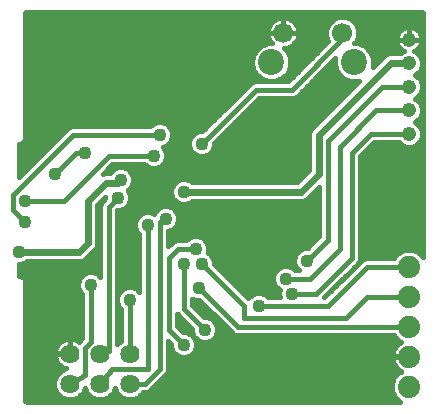
<source format=gbl>
G75*
G70*
%OFA0B0*%
%FSLAX24Y24*%
%IPPOS*%
%LPD*%
%AMOC8*
5,1,8,0,0,1.08239X$1,22.5*
%
%ADD10C,0.0640*%
%ADD11C,0.0740*%
%ADD12C,0.0476*%
%ADD13C,0.0866*%
%ADD14C,0.0669*%
%ADD15C,0.0160*%
%ADD16C,0.0436*%
%ADD17C,0.0240*%
D10*
X007600Y001001D03*
X008600Y001001D03*
X009600Y001001D03*
X009600Y002001D03*
X008600Y002001D03*
X007600Y002001D03*
D11*
X018900Y001901D03*
X018900Y002901D03*
X018900Y003901D03*
X018900Y004901D03*
X018900Y000901D03*
D12*
X018906Y009326D03*
X018906Y010113D03*
X018906Y010901D03*
X018906Y011688D03*
X018906Y012475D03*
D13*
X017078Y011716D03*
X014322Y011716D03*
D14*
X014716Y012701D03*
X016684Y012701D03*
D15*
X006100Y004483D02*
X006100Y000483D01*
X006102Y000467D01*
X006114Y000437D01*
X006137Y000415D01*
X006167Y000402D01*
X006183Y000401D01*
X018618Y000401D01*
X018577Y000417D01*
X018417Y000578D01*
X018330Y000787D01*
X018330Y001014D01*
X018417Y001224D01*
X018577Y001384D01*
X018646Y001413D01*
X018612Y001430D01*
X018542Y001481D01*
X018480Y001542D01*
X018430Y001612D01*
X018390Y001690D01*
X018364Y001772D01*
X018350Y001857D01*
X018350Y001881D01*
X018880Y001881D01*
X018880Y001921D01*
X018350Y001921D01*
X018350Y001944D01*
X018364Y002029D01*
X018390Y002112D01*
X018430Y002189D01*
X018480Y002259D01*
X018542Y002320D01*
X018612Y002371D01*
X018646Y002389D01*
X018577Y002417D01*
X018417Y002578D01*
X018399Y002621D01*
X013144Y002621D01*
X013041Y002663D01*
X012963Y002742D01*
X011922Y003783D01*
X011817Y003783D01*
X011680Y003839D01*
X011680Y003617D01*
X012078Y003219D01*
X012183Y003219D01*
X012337Y003155D01*
X012454Y003037D01*
X012518Y002884D01*
X012518Y002717D01*
X012454Y002564D01*
X012337Y002446D01*
X012183Y002383D01*
X012017Y002383D01*
X011863Y002446D01*
X011746Y002564D01*
X011682Y002717D01*
X011682Y002823D01*
X011180Y003325D01*
X011180Y002917D01*
X011378Y002719D01*
X011483Y002719D01*
X011637Y002655D01*
X011754Y002537D01*
X011818Y002384D01*
X011818Y002217D01*
X011754Y002064D01*
X011637Y001946D01*
X011483Y001883D01*
X011317Y001883D01*
X011163Y001946D01*
X011046Y002064D01*
X010982Y002217D01*
X010982Y002323D01*
X010880Y002425D01*
X010880Y001445D01*
X010837Y001342D01*
X010337Y000842D01*
X010259Y000763D01*
X010156Y000721D01*
X010047Y000721D01*
X010041Y000706D01*
X009895Y000560D01*
X009703Y000481D01*
X009497Y000481D01*
X009305Y000560D01*
X009159Y000706D01*
X009100Y000849D01*
X009041Y000706D01*
X008895Y000560D01*
X008703Y000481D01*
X008497Y000481D01*
X008305Y000560D01*
X008159Y000706D01*
X008100Y000849D01*
X008041Y000706D01*
X007895Y000560D01*
X007703Y000481D01*
X007497Y000481D01*
X007305Y000560D01*
X007159Y000706D01*
X007080Y000897D01*
X007080Y001104D01*
X007159Y001295D01*
X007305Y001441D01*
X007480Y001514D01*
X007408Y001537D01*
X007338Y001573D01*
X007274Y001619D01*
X007219Y001675D01*
X007172Y001739D01*
X007137Y001809D01*
X007112Y001884D01*
X007100Y001961D01*
X007100Y001992D01*
X007591Y001992D01*
X007591Y002009D01*
X007100Y002009D01*
X007100Y002040D01*
X007112Y002118D01*
X007137Y002193D01*
X007172Y002263D01*
X007219Y002326D01*
X007274Y002382D01*
X007338Y002428D01*
X007408Y002464D01*
X007483Y002488D01*
X007561Y002501D01*
X007591Y002501D01*
X007591Y002009D01*
X007609Y002009D01*
X007609Y002501D01*
X007639Y002501D01*
X007717Y002488D01*
X007792Y002464D01*
X007862Y002428D01*
X007902Y002399D01*
X008020Y002517D01*
X006100Y002517D01*
X006100Y002675D02*
X008020Y002675D01*
X008020Y002517D02*
X008020Y003989D01*
X007946Y004064D01*
X007882Y004217D01*
X007882Y004384D01*
X007946Y004537D01*
X008063Y004655D01*
X008217Y004719D01*
X008383Y004719D01*
X008537Y004655D01*
X008620Y004572D01*
X008620Y006956D01*
X008663Y007059D01*
X008741Y007138D01*
X008782Y007178D01*
X008782Y007230D01*
X008520Y006968D01*
X008520Y005637D01*
X008471Y005519D01*
X008381Y005429D01*
X008081Y005129D01*
X007964Y005081D01*
X006171Y005081D01*
X006137Y005046D01*
X005983Y004983D01*
X005900Y004983D01*
X005900Y004601D01*
X005983Y004601D01*
X006100Y004483D01*
X006100Y004419D02*
X007896Y004419D01*
X007882Y004260D02*
X006100Y004260D01*
X006100Y004102D02*
X007930Y004102D01*
X008020Y003943D02*
X006100Y003943D01*
X006100Y003785D02*
X008020Y003785D01*
X008020Y003626D02*
X006100Y003626D01*
X006100Y003468D02*
X008020Y003468D01*
X008020Y003309D02*
X006100Y003309D01*
X006100Y003151D02*
X008020Y003151D01*
X008020Y002992D02*
X006100Y002992D01*
X006100Y002834D02*
X008020Y002834D01*
X008300Y002401D02*
X008100Y002201D01*
X008100Y001301D01*
X007600Y001001D01*
X007949Y000615D02*
X008251Y000615D01*
X008131Y000773D02*
X008069Y000773D01*
X008600Y001001D02*
X009000Y001501D01*
X010200Y001501D01*
X010200Y006301D01*
X010600Y006401D02*
X010600Y001501D01*
X010100Y001001D01*
X009600Y001001D01*
X009949Y000615D02*
X018401Y000615D01*
X018336Y000773D02*
X010269Y000773D01*
X010427Y000932D02*
X018330Y000932D01*
X018362Y001090D02*
X010586Y001090D01*
X010744Y001249D02*
X018442Y001249D01*
X018633Y001407D02*
X010864Y001407D01*
X010880Y001566D02*
X018464Y001566D01*
X018379Y001724D02*
X010880Y001724D01*
X010880Y001883D02*
X011317Y001883D01*
X011483Y001883D02*
X018880Y001883D01*
X018437Y002200D02*
X011811Y002200D01*
X011818Y002358D02*
X018594Y002358D01*
X018478Y002517D02*
X012407Y002517D01*
X012501Y002675D02*
X013029Y002675D01*
X012871Y002834D02*
X012518Y002834D01*
X012473Y002992D02*
X012712Y002992D01*
X012554Y003151D02*
X012341Y003151D01*
X012395Y003309D02*
X011987Y003309D01*
X011829Y003468D02*
X012237Y003468D01*
X012078Y003626D02*
X011680Y003626D01*
X011680Y003785D02*
X011812Y003785D01*
X011400Y003501D02*
X012100Y002801D01*
X011793Y002517D02*
X011763Y002517D01*
X011699Y002675D02*
X011588Y002675D01*
X011671Y002834D02*
X011263Y002834D01*
X011180Y002992D02*
X011512Y002992D01*
X011354Y003151D02*
X011180Y003151D01*
X011180Y003309D02*
X011195Y003309D01*
X011400Y003501D02*
X011400Y005001D01*
X011200Y005501D02*
X010900Y005201D01*
X010900Y002801D01*
X011400Y002301D01*
X011732Y002041D02*
X018367Y002041D01*
X018900Y002901D02*
X013200Y002901D01*
X011900Y004201D01*
X012661Y004736D02*
X014445Y004736D01*
X014446Y004737D02*
X014382Y004584D01*
X014382Y004417D01*
X014446Y004264D01*
X014563Y004146D01*
X014601Y004130D01*
X014582Y004084D01*
X014582Y003917D01*
X014597Y003881D01*
X014211Y003881D01*
X014137Y003955D01*
X013983Y004019D01*
X013817Y004019D01*
X013663Y003955D01*
X013552Y003844D01*
X012418Y004978D01*
X012418Y005084D01*
X012354Y005237D01*
X012237Y005355D01*
X012199Y005371D01*
X012218Y005417D01*
X012218Y005584D01*
X012154Y005737D01*
X012037Y005855D01*
X011883Y005919D01*
X011717Y005919D01*
X011563Y005855D01*
X011489Y005781D01*
X011144Y005781D01*
X011041Y005738D01*
X010880Y005577D01*
X010880Y006083D01*
X010883Y006083D01*
X011037Y006146D01*
X011154Y006264D01*
X011218Y006417D01*
X011218Y006584D01*
X011154Y006737D01*
X011037Y006855D01*
X010883Y006919D01*
X010717Y006919D01*
X010563Y006855D01*
X010446Y006737D01*
X010415Y006664D01*
X010283Y006719D01*
X010117Y006719D01*
X009963Y006655D01*
X009846Y006537D01*
X009782Y006384D01*
X009782Y006217D01*
X009846Y006064D01*
X009920Y005989D01*
X009920Y004072D01*
X009837Y004155D01*
X009683Y004219D01*
X009517Y004219D01*
X009363Y004155D01*
X009246Y004037D01*
X009182Y003884D01*
X009182Y003717D01*
X009246Y003564D01*
X009320Y003489D01*
X009320Y002447D01*
X009305Y002441D01*
X009180Y002316D01*
X009180Y006783D01*
X009283Y006783D01*
X009437Y006846D01*
X009554Y006964D01*
X009618Y007117D01*
X009618Y007284D01*
X009554Y007437D01*
X009541Y007451D01*
X009654Y007564D01*
X009718Y007717D01*
X009718Y007884D01*
X009654Y008037D01*
X009537Y008155D01*
X009383Y008219D01*
X009217Y008219D01*
X009063Y008155D01*
X008946Y008037D01*
X008939Y008021D01*
X008736Y008021D01*
X008702Y008006D01*
X009016Y008321D01*
X010089Y008321D01*
X010163Y008246D01*
X010317Y008183D01*
X010483Y008183D01*
X010637Y008246D01*
X010754Y008364D01*
X010818Y008517D01*
X010818Y008684D01*
X010754Y008837D01*
X010702Y008890D01*
X010837Y008946D01*
X010954Y009064D01*
X011018Y009217D01*
X011018Y009384D01*
X010954Y009537D01*
X010837Y009655D01*
X010683Y009719D01*
X010517Y009719D01*
X010363Y009655D01*
X010289Y009581D01*
X007644Y009581D01*
X007541Y009538D01*
X007463Y009459D01*
X005900Y007897D01*
X005900Y009001D01*
X005983Y009001D01*
X006100Y009118D01*
X006100Y013317D01*
X006102Y013332D01*
X006113Y013361D01*
X006136Y013383D01*
X006164Y013395D01*
X006180Y013397D01*
X019311Y013397D01*
X019326Y013395D01*
X019353Y013379D01*
X019368Y013353D01*
X019370Y013337D01*
X019370Y005237D01*
X019223Y005384D01*
X019013Y005471D01*
X018787Y005471D01*
X018577Y005384D01*
X018417Y005224D01*
X018399Y005181D01*
X017444Y005181D01*
X017341Y005138D01*
X017263Y005059D01*
X016084Y003881D01*
X016076Y003881D01*
X017159Y004963D01*
X017237Y005042D01*
X017280Y005145D01*
X017280Y008585D01*
X017741Y009046D01*
X018567Y009046D01*
X018658Y008954D01*
X018819Y008888D01*
X018993Y008888D01*
X019154Y008954D01*
X019278Y009078D01*
X019344Y009239D01*
X019344Y009413D01*
X019278Y009574D01*
X019154Y009697D01*
X019101Y009720D01*
X019154Y009742D01*
X019278Y009865D01*
X019344Y010026D01*
X019344Y010200D01*
X019278Y010361D01*
X019154Y010485D01*
X019101Y010507D01*
X019154Y010529D01*
X019278Y010652D01*
X019344Y010813D01*
X019344Y010988D01*
X019278Y011149D01*
X019154Y011272D01*
X019101Y011294D01*
X019154Y011317D01*
X019278Y011440D01*
X019344Y011601D01*
X019344Y011775D01*
X019278Y011936D01*
X019154Y012059D01*
X019075Y012092D01*
X019125Y012118D01*
X019179Y012157D01*
X019225Y012203D01*
X019264Y012256D01*
X019294Y012315D01*
X019314Y012378D01*
X019324Y012443D01*
X019324Y012475D01*
X018906Y012475D01*
X018488Y012475D01*
X018488Y012443D01*
X018498Y012378D01*
X018519Y012315D01*
X018549Y012256D01*
X018587Y012203D01*
X018634Y012157D01*
X018687Y012118D01*
X018737Y012092D01*
X018658Y012059D01*
X018619Y012021D01*
X018236Y012021D01*
X018119Y011972D01*
X018029Y011882D01*
X017692Y011546D01*
X017711Y011590D01*
X017711Y011842D01*
X017615Y012075D01*
X017437Y012253D01*
X017204Y012349D01*
X017089Y012349D01*
X017138Y012398D01*
X017219Y012594D01*
X017219Y012807D01*
X017138Y013003D01*
X016987Y013154D01*
X016791Y013235D01*
X016578Y013235D01*
X016381Y013154D01*
X016231Y013003D01*
X016150Y012807D01*
X016150Y012594D01*
X016222Y012419D01*
X014884Y011081D01*
X013744Y011081D01*
X013641Y011038D01*
X013563Y010959D01*
X012022Y009419D01*
X011917Y009419D01*
X011763Y009355D01*
X011646Y009237D01*
X011582Y009084D01*
X011582Y008917D01*
X011646Y008764D01*
X011763Y008646D01*
X011917Y008583D01*
X012083Y008583D01*
X012237Y008646D01*
X012354Y008764D01*
X012418Y008917D01*
X012418Y009023D01*
X013916Y010521D01*
X015056Y010521D01*
X015159Y010563D01*
X016450Y011855D01*
X016445Y011842D01*
X016445Y011590D01*
X016541Y011358D01*
X016719Y011180D01*
X016952Y011083D01*
X017204Y011083D01*
X017249Y011102D01*
X015629Y009482D01*
X015580Y009364D01*
X015580Y008133D01*
X015167Y007721D01*
X011671Y007721D01*
X011637Y007755D01*
X011483Y007819D01*
X011317Y007819D01*
X011163Y007755D01*
X011046Y007637D01*
X010982Y007484D01*
X010982Y007317D01*
X011046Y007164D01*
X011163Y007046D01*
X011317Y006983D01*
X011483Y006983D01*
X011637Y007046D01*
X011671Y007081D01*
X015364Y007081D01*
X015481Y007129D01*
X015920Y007568D01*
X015920Y005917D01*
X015522Y005519D01*
X015417Y005519D01*
X015263Y005455D01*
X015146Y005337D01*
X015082Y005184D01*
X015082Y005017D01*
X015146Y004864D01*
X015229Y004781D01*
X015111Y004781D01*
X015037Y004855D01*
X014883Y004919D01*
X014717Y004919D01*
X014563Y004855D01*
X014446Y004737D01*
X014657Y004894D02*
X012502Y004894D01*
X012418Y005053D02*
X015082Y005053D01*
X015093Y005211D02*
X012365Y005211D01*
X012202Y005370D02*
X015178Y005370D01*
X015532Y005528D02*
X012218Y005528D01*
X012176Y005687D02*
X015690Y005687D01*
X015849Y005845D02*
X012047Y005845D01*
X011800Y005501D02*
X011200Y005501D01*
X010990Y005687D02*
X010880Y005687D01*
X010880Y005845D02*
X011553Y005845D01*
X011053Y006162D02*
X015920Y006162D01*
X015920Y006004D02*
X010880Y006004D01*
X011178Y006321D02*
X015920Y006321D01*
X015920Y006479D02*
X011218Y006479D01*
X011196Y006638D02*
X015920Y006638D01*
X015920Y006796D02*
X011096Y006796D01*
X011096Y007113D02*
X009616Y007113D01*
X009618Y007272D02*
X011001Y007272D01*
X010982Y007430D02*
X009557Y007430D01*
X009665Y007589D02*
X011025Y007589D01*
X011155Y007747D02*
X009718Y007747D01*
X009709Y007906D02*
X015352Y007906D01*
X015194Y007747D02*
X011645Y007747D01*
X010762Y008381D02*
X015580Y008381D01*
X015580Y008223D02*
X010580Y008223D01*
X010220Y008223D02*
X008918Y008223D01*
X008972Y008064D02*
X008760Y008064D01*
X008900Y008601D02*
X010400Y008601D01*
X010735Y008857D02*
X011607Y008857D01*
X011582Y009015D02*
X010906Y009015D01*
X011000Y009174D02*
X011619Y009174D01*
X011740Y009332D02*
X011018Y009332D01*
X010974Y009491D02*
X012094Y009491D01*
X012253Y009649D02*
X010843Y009649D01*
X010357Y009649D02*
X006100Y009649D01*
X006100Y009491D02*
X007494Y009491D01*
X007336Y009332D02*
X006100Y009332D01*
X006100Y009174D02*
X007177Y009174D01*
X007019Y009015D02*
X005997Y009015D01*
X005900Y008857D02*
X006860Y008857D01*
X006702Y008698D02*
X005900Y008698D01*
X005900Y008540D02*
X006543Y008540D01*
X006385Y008381D02*
X005900Y008381D01*
X005900Y008223D02*
X006226Y008223D01*
X006068Y008064D02*
X005900Y008064D01*
X005900Y007906D02*
X005909Y007906D01*
X005700Y007301D02*
X007700Y009301D01*
X010600Y009301D01*
X010812Y008698D02*
X011711Y008698D01*
X012000Y009001D02*
X013800Y010801D01*
X015000Y010801D01*
X016684Y012485D01*
X016684Y012701D01*
X017181Y012502D02*
X018488Y012502D01*
X018488Y012508D02*
X018488Y012475D01*
X018906Y012475D01*
X018906Y012475D01*
X018906Y012475D01*
X018906Y012894D01*
X018873Y012894D01*
X018808Y012883D01*
X018746Y012863D01*
X018687Y012833D01*
X018634Y012794D01*
X018587Y012748D01*
X018549Y012695D01*
X018519Y012636D01*
X018498Y012573D01*
X018488Y012508D01*
X018531Y012661D02*
X017219Y012661D01*
X017214Y012819D02*
X018668Y012819D01*
X018906Y012819D02*
X018906Y012819D01*
X018906Y012894D02*
X018906Y012475D01*
X018906Y012475D01*
X019324Y012475D01*
X019324Y012508D01*
X019314Y012573D01*
X019294Y012636D01*
X019264Y012695D01*
X019225Y012748D01*
X019179Y012794D01*
X019125Y012833D01*
X019067Y012863D01*
X019004Y012883D01*
X018939Y012894D01*
X018906Y012894D01*
X018906Y012661D02*
X018906Y012661D01*
X018906Y012502D02*
X018906Y012502D01*
X019145Y012819D02*
X019370Y012819D01*
X019370Y012661D02*
X019281Y012661D01*
X019324Y012502D02*
X019370Y012502D01*
X019370Y012344D02*
X019303Y012344D01*
X019370Y012185D02*
X019207Y012185D01*
X019187Y012027D02*
X019370Y012027D01*
X019370Y011868D02*
X019306Y011868D01*
X019344Y011710D02*
X019370Y011710D01*
X019370Y011551D02*
X019324Y011551D01*
X019370Y011393D02*
X019231Y011393D01*
X019192Y011234D02*
X019370Y011234D01*
X019370Y011076D02*
X019308Y011076D01*
X019344Y010917D02*
X019370Y010917D01*
X019370Y010759D02*
X019322Y010759D01*
X019370Y010600D02*
X019225Y010600D01*
X019197Y010442D02*
X019370Y010442D01*
X019370Y010283D02*
X019310Y010283D01*
X019344Y010125D02*
X019370Y010125D01*
X019370Y009966D02*
X019320Y009966D01*
X019370Y009808D02*
X019220Y009808D01*
X019203Y009649D02*
X019370Y009649D01*
X019370Y009491D02*
X019312Y009491D01*
X019344Y009332D02*
X019370Y009332D01*
X019370Y009174D02*
X019317Y009174D01*
X019370Y009015D02*
X019215Y009015D01*
X019370Y008857D02*
X017552Y008857D01*
X017711Y009015D02*
X018597Y009015D01*
X018906Y009326D02*
X017625Y009326D01*
X017000Y008701D01*
X017000Y005201D01*
X015800Y004001D01*
X015000Y004001D01*
X014582Y003943D02*
X014149Y003943D01*
X013900Y003601D02*
X016200Y003601D01*
X017500Y004901D01*
X018900Y004901D01*
X018412Y005211D02*
X017280Y005211D01*
X017280Y005370D02*
X018563Y005370D01*
X019237Y005370D02*
X019370Y005370D01*
X019370Y005528D02*
X017280Y005528D01*
X017280Y005687D02*
X019370Y005687D01*
X019370Y005845D02*
X017280Y005845D01*
X017280Y006004D02*
X019370Y006004D01*
X019370Y006162D02*
X017280Y006162D01*
X017280Y006321D02*
X019370Y006321D01*
X019370Y006479D02*
X017280Y006479D01*
X017280Y006638D02*
X019370Y006638D01*
X019370Y006796D02*
X017280Y006796D01*
X017280Y006955D02*
X019370Y006955D01*
X019370Y007113D02*
X017280Y007113D01*
X017280Y007272D02*
X019370Y007272D01*
X019370Y007430D02*
X017280Y007430D01*
X017280Y007589D02*
X019370Y007589D01*
X019370Y007747D02*
X017280Y007747D01*
X017280Y007906D02*
X019370Y007906D01*
X019370Y008064D02*
X017280Y008064D01*
X017280Y008223D02*
X019370Y008223D01*
X019370Y008381D02*
X017280Y008381D01*
X017280Y008540D02*
X019370Y008540D01*
X019370Y008698D02*
X017394Y008698D01*
X016600Y008901D02*
X017813Y010113D01*
X018906Y010113D01*
X018906Y010901D02*
X018006Y010901D01*
X016200Y009094D01*
X016200Y005801D01*
X015500Y005101D01*
X015133Y004894D02*
X014943Y004894D01*
X014800Y004501D02*
X015600Y004501D01*
X016600Y005501D01*
X016600Y008901D01*
X015637Y009491D02*
X012886Y009491D01*
X013045Y009649D02*
X015796Y009649D01*
X015954Y009808D02*
X013203Y009808D01*
X013362Y009966D02*
X016113Y009966D01*
X016271Y010125D02*
X013520Y010125D01*
X013679Y010283D02*
X016430Y010283D01*
X016588Y010442D02*
X013837Y010442D01*
X013362Y010759D02*
X006100Y010759D01*
X006100Y010917D02*
X013521Y010917D01*
X013563Y010959D02*
X013563Y010959D01*
X013732Y011076D02*
X006100Y011076D01*
X006100Y011234D02*
X013909Y011234D01*
X013963Y011180D02*
X013785Y011358D01*
X013689Y011590D01*
X013689Y011842D01*
X013785Y012075D01*
X013963Y012253D01*
X014196Y012349D01*
X014339Y012349D01*
X014323Y012365D01*
X014276Y012431D01*
X014239Y012503D01*
X014214Y012580D01*
X014201Y012660D01*
X014201Y012701D01*
X014716Y012701D01*
X014716Y012701D01*
X014716Y013215D01*
X014756Y013215D01*
X014836Y013203D01*
X014913Y013178D01*
X014985Y013141D01*
X015051Y013093D01*
X015108Y013036D01*
X015156Y012970D01*
X015193Y012898D01*
X015218Y012821D01*
X015230Y012741D01*
X015230Y012701D01*
X014716Y012701D01*
X014716Y012701D01*
X014716Y013215D01*
X014675Y013215D01*
X014595Y013203D01*
X014518Y013178D01*
X014446Y013141D01*
X014380Y013093D01*
X014323Y013036D01*
X014276Y012970D01*
X014239Y012898D01*
X014214Y012821D01*
X014201Y012741D01*
X014201Y012701D01*
X014716Y012701D01*
X015230Y012701D01*
X015230Y012660D01*
X015218Y012580D01*
X015193Y012503D01*
X015156Y012431D01*
X015108Y012365D01*
X015051Y012308D01*
X014985Y012260D01*
X014913Y012224D01*
X014836Y012199D01*
X014756Y012186D01*
X014748Y012186D01*
X014859Y012075D01*
X014955Y011842D01*
X014955Y011590D01*
X014859Y011358D01*
X014681Y011180D01*
X014448Y011083D01*
X014196Y011083D01*
X013963Y011180D01*
X013771Y011393D02*
X006100Y011393D01*
X006100Y011551D02*
X013705Y011551D01*
X013689Y011710D02*
X006100Y011710D01*
X006100Y011868D02*
X013700Y011868D01*
X013765Y012027D02*
X006100Y012027D01*
X006100Y012185D02*
X013896Y012185D01*
X014182Y012344D02*
X006100Y012344D01*
X006100Y012502D02*
X014239Y012502D01*
X014201Y012661D02*
X006100Y012661D01*
X006100Y012819D02*
X014213Y012819D01*
X014281Y012978D02*
X006100Y012978D01*
X006100Y013136D02*
X014440Y013136D01*
X014716Y013136D02*
X014716Y013136D01*
X014716Y012978D02*
X014716Y012978D01*
X014716Y012819D02*
X014716Y012819D01*
X014716Y012701D02*
X014716Y012701D01*
X015087Y012344D02*
X016147Y012344D01*
X016188Y012502D02*
X015192Y012502D01*
X015230Y012661D02*
X016150Y012661D01*
X016155Y012819D02*
X015218Y012819D01*
X015151Y012978D02*
X016220Y012978D01*
X016364Y013136D02*
X014992Y013136D01*
X014749Y012185D02*
X015989Y012185D01*
X015830Y012027D02*
X014879Y012027D01*
X014944Y011868D02*
X015672Y011868D01*
X015513Y011710D02*
X014955Y011710D01*
X014939Y011551D02*
X015355Y011551D01*
X015196Y011393D02*
X014873Y011393D01*
X014735Y011234D02*
X015038Y011234D01*
X015513Y010917D02*
X017064Y010917D01*
X016905Y010759D02*
X015354Y010759D01*
X015196Y010600D02*
X016747Y010600D01*
X017222Y011076D02*
X015671Y011076D01*
X015830Y011234D02*
X016665Y011234D01*
X016527Y011393D02*
X015988Y011393D01*
X016147Y011551D02*
X016461Y011551D01*
X016445Y011710D02*
X016305Y011710D01*
X017218Y012344D02*
X018509Y012344D01*
X018605Y012185D02*
X017504Y012185D01*
X017635Y012027D02*
X018625Y012027D01*
X018015Y011868D02*
X017700Y011868D01*
X017711Y011710D02*
X017856Y011710D01*
X017698Y011551D02*
X017695Y011551D01*
X017148Y012978D02*
X019370Y012978D01*
X019370Y013136D02*
X017005Y013136D01*
X019370Y013295D02*
X006100Y013295D01*
X006100Y010600D02*
X013204Y010600D01*
X013045Y010442D02*
X006100Y010442D01*
X006100Y010283D02*
X012887Y010283D01*
X012728Y010125D02*
X006100Y010125D01*
X006100Y009966D02*
X012570Y009966D01*
X012411Y009808D02*
X006100Y009808D01*
X007800Y008701D02*
X007100Y008001D01*
X007800Y008701D02*
X008100Y008701D01*
X008900Y008601D02*
X007400Y007101D01*
X006100Y007101D01*
X005700Y007301D02*
X005700Y006801D01*
X006100Y006401D01*
X006143Y005053D02*
X008620Y005053D01*
X008620Y005211D02*
X008163Y005211D01*
X008322Y005370D02*
X008620Y005370D01*
X008620Y005528D02*
X008475Y005528D01*
X008520Y005687D02*
X008620Y005687D01*
X008620Y005845D02*
X008520Y005845D01*
X008520Y006004D02*
X008620Y006004D01*
X008620Y006162D02*
X008520Y006162D01*
X008520Y006321D02*
X008620Y006321D01*
X008620Y006479D02*
X008520Y006479D01*
X008520Y006638D02*
X008620Y006638D01*
X008620Y006796D02*
X008520Y006796D01*
X008520Y006955D02*
X008620Y006955D01*
X008665Y007113D02*
X008717Y007113D01*
X008900Y006901D02*
X008900Y002101D01*
X008600Y002001D01*
X008300Y002401D02*
X008300Y004301D01*
X007985Y004577D02*
X006006Y004577D01*
X005900Y004736D02*
X008620Y004736D01*
X008620Y004894D02*
X005900Y004894D01*
X008615Y004577D02*
X008620Y004577D01*
X009180Y004577D02*
X009920Y004577D01*
X009920Y004419D02*
X009180Y004419D01*
X009180Y004260D02*
X009920Y004260D01*
X009920Y004102D02*
X009890Y004102D01*
X009600Y003801D02*
X009600Y002001D01*
X009222Y002358D02*
X009180Y002358D01*
X009180Y002517D02*
X009320Y002517D01*
X009320Y002675D02*
X009180Y002675D01*
X009180Y002834D02*
X009320Y002834D01*
X009320Y002992D02*
X009180Y002992D01*
X009180Y003151D02*
X009320Y003151D01*
X009320Y003309D02*
X009180Y003309D01*
X009180Y003468D02*
X009320Y003468D01*
X009220Y003626D02*
X009180Y003626D01*
X009180Y003785D02*
X009182Y003785D01*
X009180Y003943D02*
X009206Y003943D01*
X009180Y004102D02*
X009310Y004102D01*
X009180Y004736D02*
X009920Y004736D01*
X009920Y004894D02*
X009180Y004894D01*
X009180Y005053D02*
X009920Y005053D01*
X009920Y005211D02*
X009180Y005211D01*
X009180Y005370D02*
X009920Y005370D01*
X009920Y005528D02*
X009180Y005528D01*
X009180Y005687D02*
X009920Y005687D01*
X009920Y005845D02*
X009180Y005845D01*
X009180Y006004D02*
X009906Y006004D01*
X009805Y006162D02*
X009180Y006162D01*
X009180Y006321D02*
X009782Y006321D01*
X009821Y006479D02*
X009180Y006479D01*
X009180Y006638D02*
X009946Y006638D01*
X009545Y006955D02*
X015920Y006955D01*
X015920Y007113D02*
X015442Y007113D01*
X015624Y007272D02*
X015920Y007272D01*
X015920Y007430D02*
X015782Y007430D01*
X015511Y008064D02*
X009628Y008064D01*
X009200Y007201D02*
X008900Y006901D01*
X009316Y006796D02*
X010504Y006796D01*
X010600Y006401D02*
X010800Y006501D01*
X012000Y005001D02*
X013400Y003601D01*
X013400Y003201D01*
X016800Y003201D01*
X017500Y003901D01*
X018900Y003901D01*
X017256Y005053D02*
X017242Y005053D01*
X017098Y004894D02*
X017090Y004894D01*
X016939Y004736D02*
X016931Y004736D01*
X016781Y004577D02*
X016773Y004577D01*
X016622Y004419D02*
X016614Y004419D01*
X016464Y004260D02*
X016456Y004260D01*
X016305Y004102D02*
X016297Y004102D01*
X016147Y003943D02*
X016139Y003943D01*
X014589Y004102D02*
X013295Y004102D01*
X013136Y004260D02*
X014449Y004260D01*
X014382Y004419D02*
X012978Y004419D01*
X012819Y004577D02*
X014382Y004577D01*
X013651Y003943D02*
X013453Y003943D01*
X010946Y002358D02*
X010880Y002358D01*
X010880Y002200D02*
X010989Y002200D01*
X011068Y002041D02*
X010880Y002041D01*
X009131Y000773D02*
X009069Y000773D01*
X008949Y000615D02*
X009251Y000615D01*
X007352Y001566D02*
X006100Y001566D01*
X006100Y001407D02*
X007271Y001407D01*
X007140Y001249D02*
X006100Y001249D01*
X006100Y001090D02*
X007080Y001090D01*
X007080Y000932D02*
X006100Y000932D01*
X006100Y000773D02*
X007131Y000773D01*
X007251Y000615D02*
X006100Y000615D01*
X006106Y000456D02*
X018538Y000456D01*
X007609Y002041D02*
X007591Y002041D01*
X007591Y002200D02*
X007609Y002200D01*
X007609Y002358D02*
X007591Y002358D01*
X007250Y002358D02*
X006100Y002358D01*
X006100Y002200D02*
X007140Y002200D01*
X007100Y002041D02*
X006100Y002041D01*
X006100Y001883D02*
X007113Y001883D01*
X007183Y001724D02*
X006100Y001724D01*
X010818Y008540D02*
X015580Y008540D01*
X015580Y008698D02*
X012289Y008698D01*
X012393Y008857D02*
X015580Y008857D01*
X015580Y009015D02*
X012418Y009015D01*
X012569Y009174D02*
X015580Y009174D01*
X015580Y009332D02*
X012728Y009332D01*
D16*
X012000Y009001D03*
X010600Y009301D03*
X010400Y008601D03*
X009300Y007801D03*
X009200Y007201D03*
X010200Y006301D03*
X010800Y006501D03*
X011400Y007401D03*
X011800Y005501D03*
X012000Y005001D03*
X011400Y005001D03*
X011900Y004201D03*
X012700Y005501D03*
X014800Y004501D03*
X015000Y004001D03*
X013900Y003601D03*
X012100Y002801D03*
X011400Y002301D03*
X009600Y003801D03*
X008300Y004301D03*
X005900Y005401D03*
X006100Y006401D03*
X006100Y007101D03*
X007100Y008001D03*
X008100Y008701D03*
X015500Y005101D03*
D17*
X015300Y007401D02*
X015900Y008001D01*
X015900Y009301D01*
X018300Y011701D01*
X018894Y011701D01*
X018906Y011688D01*
X015300Y007401D02*
X011400Y007401D01*
X009300Y007801D02*
X009200Y007701D01*
X008800Y007701D01*
X008200Y007101D01*
X008200Y005701D01*
X007900Y005401D01*
X005900Y005401D01*
M02*

</source>
